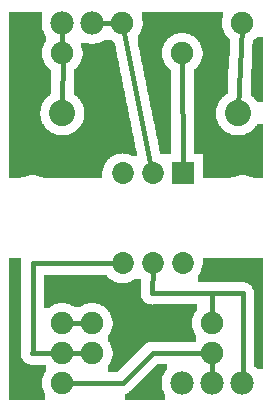
<source format=gbl>
G04 MADE WITH FRITZING*
G04 WWW.FRITZING.ORG*
G04 DOUBLE SIDED*
G04 HOLES PLATED*
G04 CONTOUR ON CENTER OF CONTOUR VECTOR*
%ASAXBY*%
%FSLAX23Y23*%
%MOIN*%
%OFA0B0*%
%SFA1.0B1.0*%
%ADD10C,0.075000*%
%ADD11C,0.072361*%
%ADD12C,0.072917*%
%ADD13C,0.078000*%
%ADD14C,0.087500*%
%ADD15R,0.072361X0.072361*%
%ADD16C,0.016000*%
%ADD17C,0.024000*%
%LNCOPPER0*%
G90*
G70*
G54D10*
X104Y1257D03*
X715Y1112D03*
X455Y286D03*
X718Y295D03*
X318Y295D03*
X318Y195D03*
X718Y195D03*
G54D11*
X619Y795D03*
G54D12*
X619Y495D03*
X519Y795D03*
X519Y495D03*
X419Y795D03*
X419Y495D03*
G54D10*
X218Y95D03*
X218Y195D03*
X218Y295D03*
G54D13*
X318Y1295D03*
X218Y1295D03*
X618Y95D03*
X718Y95D03*
X818Y95D03*
G54D10*
X218Y1195D03*
X618Y1195D03*
X418Y1295D03*
X818Y1295D03*
G54D14*
X804Y995D03*
X218Y995D03*
G54D15*
X619Y795D03*
G54D16*
X337Y1295D02*
X401Y1295D01*
D02*
X718Y114D02*
X718Y178D01*
D02*
X218Y1276D02*
X218Y1213D01*
D02*
X419Y96D02*
X236Y96D01*
D02*
X519Y196D02*
X419Y96D01*
D02*
X701Y196D02*
X519Y196D01*
D02*
X805Y1014D02*
X817Y1278D01*
D02*
X718Y396D02*
X718Y313D01*
D02*
X819Y395D02*
X718Y396D01*
D02*
X819Y96D02*
X819Y395D01*
D02*
X831Y109D02*
X819Y96D01*
D02*
X118Y195D02*
X201Y195D01*
D02*
X119Y195D02*
X118Y195D01*
D02*
X119Y496D02*
X119Y195D01*
D02*
X119Y495D02*
X119Y496D01*
D02*
X400Y495D02*
X119Y495D01*
D02*
X218Y1014D02*
X219Y1195D01*
D02*
X219Y1195D02*
X236Y1195D01*
D02*
X422Y1278D02*
X515Y814D01*
D02*
X301Y295D02*
X219Y295D01*
D02*
X219Y295D02*
X236Y294D01*
D02*
X718Y396D02*
X718Y313D01*
D02*
X518Y395D02*
X718Y396D01*
D02*
X519Y476D02*
X518Y395D01*
D02*
X618Y1178D02*
X619Y814D01*
G54D17*
D02*
X518Y495D02*
X519Y495D01*
G54D16*
D02*
X319Y195D02*
X236Y195D01*
D02*
X335Y191D02*
X319Y195D01*
G36*
X40Y1332D02*
X40Y922D01*
X202Y922D01*
X202Y924D01*
X196Y924D01*
X196Y926D01*
X190Y926D01*
X190Y928D01*
X186Y928D01*
X186Y930D01*
X182Y930D01*
X182Y932D01*
X178Y932D01*
X178Y934D01*
X176Y934D01*
X176Y936D01*
X174Y936D01*
X174Y938D01*
X170Y938D01*
X170Y940D01*
X168Y940D01*
X168Y942D01*
X166Y942D01*
X166Y944D01*
X164Y944D01*
X164Y946D01*
X162Y946D01*
X162Y948D01*
X160Y948D01*
X160Y952D01*
X158Y952D01*
X158Y954D01*
X156Y954D01*
X156Y958D01*
X154Y958D01*
X154Y960D01*
X152Y960D01*
X152Y964D01*
X150Y964D01*
X150Y970D01*
X148Y970D01*
X148Y976D01*
X146Y976D01*
X146Y986D01*
X144Y986D01*
X144Y1004D01*
X146Y1004D01*
X146Y1014D01*
X148Y1014D01*
X148Y1020D01*
X150Y1020D01*
X150Y1026D01*
X152Y1026D01*
X152Y1030D01*
X154Y1030D01*
X154Y1032D01*
X156Y1032D01*
X156Y1036D01*
X158Y1036D01*
X158Y1038D01*
X160Y1038D01*
X160Y1042D01*
X162Y1042D01*
X162Y1044D01*
X164Y1044D01*
X164Y1046D01*
X166Y1046D01*
X166Y1048D01*
X168Y1048D01*
X168Y1050D01*
X170Y1050D01*
X170Y1052D01*
X172Y1052D01*
X172Y1054D01*
X176Y1054D01*
X176Y1056D01*
X178Y1056D01*
X178Y1058D01*
X180Y1058D01*
X180Y1140D01*
X178Y1140D01*
X178Y1142D01*
X176Y1142D01*
X176Y1144D01*
X174Y1144D01*
X174Y1146D01*
X170Y1146D01*
X170Y1148D01*
X168Y1148D01*
X168Y1152D01*
X166Y1152D01*
X166Y1154D01*
X164Y1154D01*
X164Y1156D01*
X162Y1156D01*
X162Y1160D01*
X160Y1160D01*
X160Y1162D01*
X158Y1162D01*
X158Y1166D01*
X156Y1166D01*
X156Y1172D01*
X154Y1172D01*
X154Y1178D01*
X152Y1178D01*
X152Y1190D01*
X150Y1190D01*
X150Y1200D01*
X152Y1200D01*
X152Y1212D01*
X154Y1212D01*
X154Y1218D01*
X156Y1218D01*
X156Y1224D01*
X158Y1224D01*
X158Y1228D01*
X160Y1228D01*
X160Y1230D01*
X162Y1230D01*
X162Y1234D01*
X164Y1234D01*
X164Y1254D01*
X162Y1254D01*
X162Y1256D01*
X160Y1256D01*
X160Y1260D01*
X158Y1260D01*
X158Y1264D01*
X156Y1264D01*
X156Y1268D01*
X154Y1268D01*
X154Y1272D01*
X152Y1272D01*
X152Y1280D01*
X150Y1280D01*
X150Y1310D01*
X152Y1310D01*
X152Y1332D01*
X40Y1332D01*
G37*
D02*
G36*
X358Y1240D02*
X358Y1238D01*
X356Y1238D01*
X356Y1236D01*
X352Y1236D01*
X352Y1234D01*
X348Y1234D01*
X348Y1232D01*
X344Y1232D01*
X344Y1230D01*
X338Y1230D01*
X338Y1228D01*
X328Y1228D01*
X328Y1226D01*
X394Y1226D01*
X394Y1228D01*
X392Y1228D01*
X392Y1234D01*
X388Y1234D01*
X388Y1236D01*
X384Y1236D01*
X384Y1238D01*
X380Y1238D01*
X380Y1240D01*
X358Y1240D01*
G37*
D02*
G36*
X282Y1228D02*
X282Y1226D01*
X308Y1226D01*
X308Y1228D01*
X282Y1228D01*
G37*
D02*
G36*
X282Y1226D02*
X282Y1224D01*
X394Y1224D01*
X394Y1226D01*
X282Y1226D01*
G37*
D02*
G36*
X282Y1226D02*
X282Y1224D01*
X394Y1224D01*
X394Y1226D01*
X282Y1226D01*
G37*
D02*
G36*
X282Y1224D02*
X282Y1214D01*
X284Y1214D01*
X284Y1204D01*
X286Y1204D01*
X286Y1186D01*
X284Y1186D01*
X284Y1176D01*
X282Y1176D01*
X282Y1170D01*
X280Y1170D01*
X280Y1166D01*
X278Y1166D01*
X278Y1162D01*
X276Y1162D01*
X276Y1160D01*
X274Y1160D01*
X274Y1156D01*
X272Y1156D01*
X272Y1154D01*
X270Y1154D01*
X270Y1150D01*
X268Y1150D01*
X268Y1148D01*
X266Y1148D01*
X266Y1146D01*
X264Y1146D01*
X264Y1144D01*
X260Y1144D01*
X260Y1142D01*
X258Y1142D01*
X258Y1140D01*
X256Y1140D01*
X256Y1058D01*
X258Y1058D01*
X258Y1056D01*
X260Y1056D01*
X260Y1054D01*
X264Y1054D01*
X264Y1052D01*
X266Y1052D01*
X266Y1050D01*
X268Y1050D01*
X268Y1048D01*
X270Y1048D01*
X270Y1046D01*
X272Y1046D01*
X272Y1044D01*
X274Y1044D01*
X274Y1042D01*
X276Y1042D01*
X276Y1040D01*
X278Y1040D01*
X278Y1036D01*
X280Y1036D01*
X280Y1034D01*
X282Y1034D01*
X282Y1030D01*
X284Y1030D01*
X284Y1026D01*
X286Y1026D01*
X286Y1022D01*
X288Y1022D01*
X288Y1016D01*
X290Y1016D01*
X290Y1006D01*
X292Y1006D01*
X292Y984D01*
X290Y984D01*
X290Y974D01*
X288Y974D01*
X288Y968D01*
X286Y968D01*
X286Y964D01*
X284Y964D01*
X284Y960D01*
X282Y960D01*
X282Y956D01*
X280Y956D01*
X280Y954D01*
X278Y954D01*
X278Y950D01*
X276Y950D01*
X276Y948D01*
X274Y948D01*
X274Y946D01*
X272Y946D01*
X272Y944D01*
X270Y944D01*
X270Y942D01*
X268Y942D01*
X268Y940D01*
X266Y940D01*
X266Y938D01*
X264Y938D01*
X264Y936D01*
X260Y936D01*
X260Y934D01*
X258Y934D01*
X258Y932D01*
X254Y932D01*
X254Y930D01*
X250Y930D01*
X250Y928D01*
X246Y928D01*
X246Y926D01*
X240Y926D01*
X240Y924D01*
X234Y924D01*
X234Y922D01*
X454Y922D01*
X454Y930D01*
X452Y930D01*
X452Y940D01*
X450Y940D01*
X450Y950D01*
X448Y950D01*
X448Y960D01*
X446Y960D01*
X446Y970D01*
X444Y970D01*
X444Y980D01*
X442Y980D01*
X442Y990D01*
X440Y990D01*
X440Y1000D01*
X438Y1000D01*
X438Y1010D01*
X436Y1010D01*
X436Y1020D01*
X434Y1020D01*
X434Y1028D01*
X432Y1028D01*
X432Y1038D01*
X430Y1038D01*
X430Y1048D01*
X428Y1048D01*
X428Y1058D01*
X426Y1058D01*
X426Y1068D01*
X424Y1068D01*
X424Y1078D01*
X422Y1078D01*
X422Y1088D01*
X420Y1088D01*
X420Y1098D01*
X418Y1098D01*
X418Y1108D01*
X416Y1108D01*
X416Y1118D01*
X414Y1118D01*
X414Y1128D01*
X412Y1128D01*
X412Y1138D01*
X410Y1138D01*
X410Y1148D01*
X408Y1148D01*
X408Y1158D01*
X406Y1158D01*
X406Y1168D01*
X404Y1168D01*
X404Y1178D01*
X402Y1178D01*
X402Y1188D01*
X400Y1188D01*
X400Y1198D01*
X398Y1198D01*
X398Y1208D01*
X396Y1208D01*
X396Y1218D01*
X394Y1218D01*
X394Y1224D01*
X282Y1224D01*
G37*
D02*
G36*
X40Y922D02*
X40Y920D01*
X454Y920D01*
X454Y922D01*
X40Y922D01*
G37*
D02*
G36*
X40Y922D02*
X40Y920D01*
X454Y920D01*
X454Y922D01*
X40Y922D01*
G37*
D02*
G36*
X40Y920D02*
X40Y862D01*
X422Y862D01*
X422Y860D01*
X436Y860D01*
X436Y858D01*
X442Y858D01*
X442Y856D01*
X446Y856D01*
X446Y854D01*
X468Y854D01*
X468Y860D01*
X466Y860D01*
X466Y870D01*
X464Y870D01*
X464Y880D01*
X462Y880D01*
X462Y890D01*
X460Y890D01*
X460Y900D01*
X458Y900D01*
X458Y910D01*
X456Y910D01*
X456Y920D01*
X40Y920D01*
G37*
D02*
G36*
X40Y862D02*
X40Y788D01*
X130Y788D01*
X130Y786D01*
X140Y786D01*
X140Y784D01*
X148Y784D01*
X148Y782D01*
X154Y782D01*
X154Y780D01*
X352Y780D01*
X352Y802D01*
X354Y802D01*
X354Y812D01*
X356Y812D01*
X356Y818D01*
X358Y818D01*
X358Y824D01*
X360Y824D01*
X360Y826D01*
X362Y826D01*
X362Y830D01*
X364Y830D01*
X364Y834D01*
X366Y834D01*
X366Y836D01*
X368Y836D01*
X368Y838D01*
X370Y838D01*
X370Y840D01*
X372Y840D01*
X372Y842D01*
X374Y842D01*
X374Y844D01*
X376Y844D01*
X376Y846D01*
X378Y846D01*
X378Y848D01*
X382Y848D01*
X382Y850D01*
X384Y850D01*
X384Y852D01*
X388Y852D01*
X388Y854D01*
X392Y854D01*
X392Y856D01*
X396Y856D01*
X396Y858D01*
X402Y858D01*
X402Y860D01*
X416Y860D01*
X416Y862D01*
X40Y862D01*
G37*
D02*
G36*
X40Y788D02*
X40Y780D01*
X82Y780D01*
X82Y782D01*
X88Y782D01*
X88Y784D01*
X96Y784D01*
X96Y786D01*
X106Y786D01*
X106Y788D01*
X40Y788D01*
G37*
D02*
G36*
X484Y1332D02*
X484Y1304D01*
X486Y1304D01*
X486Y1286D01*
X484Y1286D01*
X484Y1276D01*
X482Y1276D01*
X482Y1270D01*
X480Y1270D01*
X480Y1266D01*
X478Y1266D01*
X478Y1262D01*
X632Y1262D01*
X632Y1260D01*
X640Y1260D01*
X640Y1258D01*
X644Y1258D01*
X644Y1256D01*
X648Y1256D01*
X648Y1254D01*
X652Y1254D01*
X652Y1252D01*
X656Y1252D01*
X656Y1250D01*
X658Y1250D01*
X658Y1248D01*
X662Y1248D01*
X662Y1246D01*
X664Y1246D01*
X664Y1244D01*
X666Y1244D01*
X666Y1242D01*
X668Y1242D01*
X668Y1240D01*
X670Y1240D01*
X670Y1236D01*
X672Y1236D01*
X672Y1234D01*
X674Y1234D01*
X674Y1232D01*
X676Y1232D01*
X676Y1228D01*
X678Y1228D01*
X678Y1224D01*
X680Y1224D01*
X680Y1220D01*
X682Y1220D01*
X682Y1214D01*
X684Y1214D01*
X684Y1204D01*
X686Y1204D01*
X686Y1186D01*
X684Y1186D01*
X684Y1176D01*
X682Y1176D01*
X682Y1170D01*
X680Y1170D01*
X680Y1166D01*
X678Y1166D01*
X678Y1162D01*
X676Y1162D01*
X676Y1160D01*
X674Y1160D01*
X674Y1156D01*
X672Y1156D01*
X672Y1154D01*
X670Y1154D01*
X670Y1150D01*
X668Y1150D01*
X668Y1148D01*
X666Y1148D01*
X666Y1146D01*
X664Y1146D01*
X664Y1144D01*
X660Y1144D01*
X660Y1142D01*
X658Y1142D01*
X658Y1140D01*
X656Y1140D01*
X656Y922D01*
X788Y922D01*
X788Y924D01*
X782Y924D01*
X782Y926D01*
X776Y926D01*
X776Y928D01*
X772Y928D01*
X772Y930D01*
X768Y930D01*
X768Y932D01*
X764Y932D01*
X764Y934D01*
X762Y934D01*
X762Y936D01*
X758Y936D01*
X758Y938D01*
X756Y938D01*
X756Y940D01*
X754Y940D01*
X754Y942D01*
X752Y942D01*
X752Y944D01*
X750Y944D01*
X750Y946D01*
X748Y946D01*
X748Y948D01*
X746Y948D01*
X746Y952D01*
X744Y952D01*
X744Y954D01*
X742Y954D01*
X742Y958D01*
X740Y958D01*
X740Y960D01*
X738Y960D01*
X738Y964D01*
X736Y964D01*
X736Y970D01*
X734Y970D01*
X734Y976D01*
X732Y976D01*
X732Y986D01*
X730Y986D01*
X730Y1004D01*
X732Y1004D01*
X732Y1014D01*
X734Y1014D01*
X734Y1020D01*
X736Y1020D01*
X736Y1026D01*
X738Y1026D01*
X738Y1030D01*
X740Y1030D01*
X740Y1032D01*
X742Y1032D01*
X742Y1036D01*
X744Y1036D01*
X744Y1038D01*
X746Y1038D01*
X746Y1042D01*
X748Y1042D01*
X748Y1044D01*
X750Y1044D01*
X750Y1046D01*
X752Y1046D01*
X752Y1048D01*
X754Y1048D01*
X754Y1050D01*
X756Y1050D01*
X756Y1052D01*
X758Y1052D01*
X758Y1054D01*
X762Y1054D01*
X762Y1056D01*
X764Y1056D01*
X764Y1058D01*
X768Y1058D01*
X768Y1060D01*
X770Y1060D01*
X770Y1100D01*
X772Y1100D01*
X772Y1144D01*
X774Y1144D01*
X774Y1186D01*
X776Y1186D01*
X776Y1244D01*
X774Y1244D01*
X774Y1246D01*
X770Y1246D01*
X770Y1248D01*
X768Y1248D01*
X768Y1252D01*
X766Y1252D01*
X766Y1254D01*
X764Y1254D01*
X764Y1256D01*
X762Y1256D01*
X762Y1260D01*
X760Y1260D01*
X760Y1262D01*
X758Y1262D01*
X758Y1266D01*
X756Y1266D01*
X756Y1272D01*
X754Y1272D01*
X754Y1278D01*
X752Y1278D01*
X752Y1290D01*
X750Y1290D01*
X750Y1300D01*
X752Y1300D01*
X752Y1312D01*
X754Y1312D01*
X754Y1332D01*
X484Y1332D01*
G37*
D02*
G36*
X476Y1262D02*
X476Y1260D01*
X474Y1260D01*
X474Y1256D01*
X472Y1256D01*
X472Y1254D01*
X470Y1254D01*
X470Y1226D01*
X472Y1226D01*
X472Y1216D01*
X474Y1216D01*
X474Y1206D01*
X476Y1206D01*
X476Y1196D01*
X478Y1196D01*
X478Y1186D01*
X480Y1186D01*
X480Y1176D01*
X482Y1176D01*
X482Y1166D01*
X484Y1166D01*
X484Y1156D01*
X486Y1156D01*
X486Y1146D01*
X488Y1146D01*
X488Y1136D01*
X490Y1136D01*
X490Y1126D01*
X492Y1126D01*
X492Y1116D01*
X494Y1116D01*
X494Y1106D01*
X496Y1106D01*
X496Y1096D01*
X498Y1096D01*
X498Y1086D01*
X500Y1086D01*
X500Y1076D01*
X502Y1076D01*
X502Y1066D01*
X504Y1066D01*
X504Y1056D01*
X506Y1056D01*
X506Y1046D01*
X508Y1046D01*
X508Y1036D01*
X510Y1036D01*
X510Y1026D01*
X512Y1026D01*
X512Y1016D01*
X514Y1016D01*
X514Y1006D01*
X516Y1006D01*
X516Y996D01*
X518Y996D01*
X518Y986D01*
X520Y986D01*
X520Y976D01*
X522Y976D01*
X522Y968D01*
X524Y968D01*
X524Y958D01*
X526Y958D01*
X526Y948D01*
X528Y948D01*
X528Y938D01*
X530Y938D01*
X530Y928D01*
X532Y928D01*
X532Y918D01*
X534Y918D01*
X534Y908D01*
X536Y908D01*
X536Y898D01*
X538Y898D01*
X538Y888D01*
X540Y888D01*
X540Y878D01*
X542Y878D01*
X542Y868D01*
X544Y868D01*
X544Y860D01*
X580Y860D01*
X580Y1140D01*
X578Y1140D01*
X578Y1142D01*
X576Y1142D01*
X576Y1144D01*
X574Y1144D01*
X574Y1146D01*
X570Y1146D01*
X570Y1148D01*
X568Y1148D01*
X568Y1152D01*
X566Y1152D01*
X566Y1154D01*
X564Y1154D01*
X564Y1156D01*
X562Y1156D01*
X562Y1160D01*
X560Y1160D01*
X560Y1162D01*
X558Y1162D01*
X558Y1166D01*
X556Y1166D01*
X556Y1172D01*
X554Y1172D01*
X554Y1178D01*
X552Y1178D01*
X552Y1190D01*
X550Y1190D01*
X550Y1200D01*
X552Y1200D01*
X552Y1212D01*
X554Y1212D01*
X554Y1218D01*
X556Y1218D01*
X556Y1224D01*
X558Y1224D01*
X558Y1228D01*
X560Y1228D01*
X560Y1230D01*
X562Y1230D01*
X562Y1234D01*
X564Y1234D01*
X564Y1236D01*
X566Y1236D01*
X566Y1238D01*
X568Y1238D01*
X568Y1242D01*
X570Y1242D01*
X570Y1244D01*
X572Y1244D01*
X572Y1246D01*
X576Y1246D01*
X576Y1248D01*
X578Y1248D01*
X578Y1250D01*
X580Y1250D01*
X580Y1252D01*
X584Y1252D01*
X584Y1254D01*
X588Y1254D01*
X588Y1256D01*
X592Y1256D01*
X592Y1258D01*
X596Y1258D01*
X596Y1260D01*
X604Y1260D01*
X604Y1262D01*
X476Y1262D01*
G37*
D02*
G36*
X866Y958D02*
X866Y954D01*
X864Y954D01*
X864Y952D01*
X862Y952D01*
X862Y948D01*
X860Y948D01*
X860Y946D01*
X858Y946D01*
X858Y944D01*
X856Y944D01*
X856Y942D01*
X854Y942D01*
X854Y940D01*
X852Y940D01*
X852Y938D01*
X850Y938D01*
X850Y936D01*
X846Y936D01*
X846Y934D01*
X844Y934D01*
X844Y932D01*
X840Y932D01*
X840Y930D01*
X836Y930D01*
X836Y928D01*
X832Y928D01*
X832Y926D01*
X826Y926D01*
X826Y924D01*
X820Y924D01*
X820Y922D01*
X886Y922D01*
X886Y958D01*
X866Y958D01*
G37*
D02*
G36*
X656Y922D02*
X656Y920D01*
X886Y920D01*
X886Y922D01*
X656Y922D01*
G37*
D02*
G36*
X656Y922D02*
X656Y920D01*
X886Y920D01*
X886Y922D01*
X656Y922D01*
G37*
D02*
G36*
X656Y920D02*
X656Y860D01*
X686Y860D01*
X686Y788D01*
X830Y788D01*
X830Y786D01*
X840Y786D01*
X840Y784D01*
X848Y784D01*
X848Y782D01*
X854Y782D01*
X854Y780D01*
X886Y780D01*
X886Y920D01*
X656Y920D01*
G37*
D02*
G36*
X686Y788D02*
X686Y780D01*
X782Y780D01*
X782Y782D01*
X788Y782D01*
X788Y784D01*
X796Y784D01*
X796Y786D01*
X806Y786D01*
X806Y788D01*
X686Y788D01*
G37*
D02*
G36*
X866Y1248D02*
X866Y1246D01*
X864Y1246D01*
X864Y1244D01*
X860Y1244D01*
X860Y1242D01*
X858Y1242D01*
X858Y1240D01*
X856Y1240D01*
X856Y1238D01*
X854Y1238D01*
X854Y1226D01*
X852Y1226D01*
X852Y1184D01*
X850Y1184D01*
X850Y1142D01*
X848Y1142D01*
X848Y1100D01*
X846Y1100D01*
X846Y1054D01*
X850Y1054D01*
X850Y1052D01*
X852Y1052D01*
X852Y1050D01*
X854Y1050D01*
X854Y1048D01*
X856Y1048D01*
X856Y1046D01*
X858Y1046D01*
X858Y1044D01*
X860Y1044D01*
X860Y1042D01*
X862Y1042D01*
X862Y1038D01*
X864Y1038D01*
X864Y1036D01*
X866Y1036D01*
X866Y1034D01*
X886Y1034D01*
X886Y1248D01*
X866Y1248D01*
G37*
D02*
G36*
X40Y512D02*
X40Y40D01*
X162Y40D01*
X162Y60D01*
X160Y60D01*
X160Y62D01*
X158Y62D01*
X158Y66D01*
X156Y66D01*
X156Y72D01*
X154Y72D01*
X154Y78D01*
X152Y78D01*
X152Y90D01*
X150Y90D01*
X150Y100D01*
X152Y100D01*
X152Y112D01*
X154Y112D01*
X154Y118D01*
X156Y118D01*
X156Y124D01*
X158Y124D01*
X158Y128D01*
X160Y128D01*
X160Y130D01*
X162Y130D01*
X162Y134D01*
X164Y134D01*
X164Y156D01*
X112Y156D01*
X112Y158D01*
X104Y158D01*
X104Y160D01*
X100Y160D01*
X100Y162D01*
X96Y162D01*
X96Y164D01*
X94Y164D01*
X94Y166D01*
X92Y166D01*
X92Y168D01*
X90Y168D01*
X90Y170D01*
X88Y170D01*
X88Y172D01*
X86Y172D01*
X86Y176D01*
X84Y176D01*
X84Y180D01*
X82Y180D01*
X82Y184D01*
X80Y184D01*
X80Y512D01*
X40Y512D01*
G37*
D02*
G36*
X686Y512D02*
X686Y488D01*
X684Y488D01*
X684Y478D01*
X682Y478D01*
X682Y472D01*
X680Y472D01*
X680Y466D01*
X678Y466D01*
X678Y462D01*
X676Y462D01*
X676Y460D01*
X674Y460D01*
X674Y456D01*
X672Y456D01*
X672Y454D01*
X670Y454D01*
X670Y434D01*
X744Y434D01*
X744Y432D01*
X828Y432D01*
X828Y430D01*
X834Y430D01*
X834Y428D01*
X838Y428D01*
X838Y426D01*
X842Y426D01*
X842Y424D01*
X844Y424D01*
X844Y422D01*
X846Y422D01*
X846Y420D01*
X848Y420D01*
X848Y418D01*
X850Y418D01*
X850Y414D01*
X852Y414D01*
X852Y410D01*
X854Y410D01*
X854Y406D01*
X856Y406D01*
X856Y394D01*
X858Y394D01*
X858Y150D01*
X860Y150D01*
X860Y148D01*
X864Y148D01*
X864Y146D01*
X866Y146D01*
X866Y144D01*
X886Y144D01*
X886Y512D01*
X686Y512D01*
G37*
D02*
G36*
X156Y456D02*
X156Y428D01*
X410Y428D01*
X410Y430D01*
X400Y430D01*
X400Y432D01*
X394Y432D01*
X394Y434D01*
X390Y434D01*
X390Y436D01*
X386Y436D01*
X386Y438D01*
X382Y438D01*
X382Y440D01*
X380Y440D01*
X380Y442D01*
X378Y442D01*
X378Y444D01*
X374Y444D01*
X374Y446D01*
X372Y446D01*
X372Y448D01*
X370Y448D01*
X370Y450D01*
X368Y450D01*
X368Y454D01*
X366Y454D01*
X366Y456D01*
X156Y456D01*
G37*
D02*
G36*
X458Y442D02*
X458Y440D01*
X454Y440D01*
X454Y438D01*
X452Y438D01*
X452Y436D01*
X448Y436D01*
X448Y434D01*
X444Y434D01*
X444Y432D01*
X438Y432D01*
X438Y430D01*
X428Y430D01*
X428Y428D01*
X480Y428D01*
X480Y442D01*
X458Y442D01*
G37*
D02*
G36*
X156Y428D02*
X156Y426D01*
X480Y426D01*
X480Y428D01*
X156Y428D01*
G37*
D02*
G36*
X156Y428D02*
X156Y426D01*
X480Y426D01*
X480Y428D01*
X156Y428D01*
G37*
D02*
G36*
X156Y426D02*
X156Y362D01*
X332Y362D01*
X332Y360D01*
X340Y360D01*
X340Y358D01*
X344Y358D01*
X344Y356D01*
X518Y356D01*
X518Y358D01*
X506Y358D01*
X506Y360D01*
X502Y360D01*
X502Y362D01*
X498Y362D01*
X498Y364D01*
X494Y364D01*
X494Y366D01*
X492Y366D01*
X492Y368D01*
X490Y368D01*
X490Y370D01*
X488Y370D01*
X488Y374D01*
X486Y374D01*
X486Y376D01*
X484Y376D01*
X484Y380D01*
X482Y380D01*
X482Y386D01*
X480Y386D01*
X480Y426D01*
X156Y426D01*
G37*
D02*
G36*
X156Y362D02*
X156Y346D01*
X176Y346D01*
X176Y348D01*
X178Y348D01*
X178Y350D01*
X180Y350D01*
X180Y352D01*
X184Y352D01*
X184Y354D01*
X188Y354D01*
X188Y356D01*
X192Y356D01*
X192Y358D01*
X196Y358D01*
X196Y360D01*
X204Y360D01*
X204Y362D01*
X156Y362D01*
G37*
D02*
G36*
X232Y362D02*
X232Y360D01*
X240Y360D01*
X240Y358D01*
X244Y358D01*
X244Y356D01*
X248Y356D01*
X248Y354D01*
X252Y354D01*
X252Y352D01*
X256Y352D01*
X256Y350D01*
X258Y350D01*
X258Y348D01*
X278Y348D01*
X278Y350D01*
X280Y350D01*
X280Y352D01*
X284Y352D01*
X284Y354D01*
X288Y354D01*
X288Y356D01*
X292Y356D01*
X292Y358D01*
X296Y358D01*
X296Y360D01*
X304Y360D01*
X304Y362D01*
X232Y362D01*
G37*
D02*
G36*
X520Y358D02*
X520Y356D01*
X668Y356D01*
X668Y358D01*
X520Y358D01*
G37*
D02*
G36*
X348Y356D02*
X348Y354D01*
X668Y354D01*
X668Y356D01*
X348Y356D01*
G37*
D02*
G36*
X348Y356D02*
X348Y354D01*
X668Y354D01*
X668Y356D01*
X348Y356D01*
G37*
D02*
G36*
X352Y354D02*
X352Y352D01*
X356Y352D01*
X356Y350D01*
X358Y350D01*
X358Y348D01*
X362Y348D01*
X362Y346D01*
X364Y346D01*
X364Y344D01*
X366Y344D01*
X366Y342D01*
X368Y342D01*
X368Y340D01*
X370Y340D01*
X370Y336D01*
X372Y336D01*
X372Y334D01*
X374Y334D01*
X374Y332D01*
X376Y332D01*
X376Y328D01*
X378Y328D01*
X378Y324D01*
X380Y324D01*
X380Y320D01*
X382Y320D01*
X382Y314D01*
X384Y314D01*
X384Y304D01*
X386Y304D01*
X386Y286D01*
X384Y286D01*
X384Y276D01*
X382Y276D01*
X382Y270D01*
X380Y270D01*
X380Y266D01*
X378Y266D01*
X378Y262D01*
X376Y262D01*
X376Y260D01*
X374Y260D01*
X374Y256D01*
X372Y256D01*
X372Y234D01*
X374Y234D01*
X374Y232D01*
X376Y232D01*
X376Y228D01*
X378Y228D01*
X378Y224D01*
X380Y224D01*
X380Y220D01*
X382Y220D01*
X382Y214D01*
X384Y214D01*
X384Y204D01*
X386Y204D01*
X386Y186D01*
X384Y186D01*
X384Y176D01*
X382Y176D01*
X382Y170D01*
X380Y170D01*
X380Y166D01*
X378Y166D01*
X378Y162D01*
X376Y162D01*
X376Y160D01*
X374Y160D01*
X374Y156D01*
X372Y156D01*
X372Y154D01*
X370Y154D01*
X370Y134D01*
X404Y134D01*
X404Y136D01*
X406Y136D01*
X406Y138D01*
X408Y138D01*
X408Y140D01*
X410Y140D01*
X410Y142D01*
X412Y142D01*
X412Y144D01*
X414Y144D01*
X414Y146D01*
X416Y146D01*
X416Y148D01*
X418Y148D01*
X418Y150D01*
X420Y150D01*
X420Y152D01*
X422Y152D01*
X422Y154D01*
X424Y154D01*
X424Y156D01*
X426Y156D01*
X426Y158D01*
X428Y158D01*
X428Y160D01*
X430Y160D01*
X430Y162D01*
X432Y162D01*
X432Y164D01*
X434Y164D01*
X434Y166D01*
X436Y166D01*
X436Y168D01*
X438Y168D01*
X438Y170D01*
X440Y170D01*
X440Y172D01*
X442Y172D01*
X442Y174D01*
X444Y174D01*
X444Y176D01*
X446Y176D01*
X446Y178D01*
X448Y178D01*
X448Y180D01*
X450Y180D01*
X450Y182D01*
X452Y182D01*
X452Y184D01*
X454Y184D01*
X454Y186D01*
X456Y186D01*
X456Y188D01*
X458Y188D01*
X458Y190D01*
X460Y190D01*
X460Y192D01*
X462Y192D01*
X462Y194D01*
X464Y194D01*
X464Y196D01*
X466Y196D01*
X466Y198D01*
X468Y198D01*
X468Y200D01*
X470Y200D01*
X470Y202D01*
X472Y202D01*
X472Y204D01*
X474Y204D01*
X474Y206D01*
X476Y206D01*
X476Y208D01*
X478Y208D01*
X478Y210D01*
X480Y210D01*
X480Y212D01*
X482Y212D01*
X482Y214D01*
X484Y214D01*
X484Y216D01*
X486Y216D01*
X486Y218D01*
X488Y218D01*
X488Y220D01*
X490Y220D01*
X490Y222D01*
X492Y222D01*
X492Y224D01*
X494Y224D01*
X494Y226D01*
X496Y226D01*
X496Y228D01*
X500Y228D01*
X500Y230D01*
X504Y230D01*
X504Y232D01*
X510Y232D01*
X510Y234D01*
X664Y234D01*
X664Y256D01*
X662Y256D01*
X662Y260D01*
X660Y260D01*
X660Y262D01*
X658Y262D01*
X658Y266D01*
X656Y266D01*
X656Y272D01*
X654Y272D01*
X654Y278D01*
X652Y278D01*
X652Y290D01*
X650Y290D01*
X650Y300D01*
X652Y300D01*
X652Y312D01*
X654Y312D01*
X654Y318D01*
X656Y318D01*
X656Y324D01*
X658Y324D01*
X658Y328D01*
X660Y328D01*
X660Y330D01*
X662Y330D01*
X662Y334D01*
X664Y334D01*
X664Y336D01*
X666Y336D01*
X666Y338D01*
X668Y338D01*
X668Y354D01*
X352Y354D01*
G37*
D02*
G36*
X534Y158D02*
X534Y156D01*
X532Y156D01*
X532Y154D01*
X530Y154D01*
X530Y152D01*
X528Y152D01*
X528Y150D01*
X526Y150D01*
X526Y148D01*
X524Y148D01*
X524Y146D01*
X522Y146D01*
X522Y144D01*
X520Y144D01*
X520Y142D01*
X518Y142D01*
X518Y140D01*
X516Y140D01*
X516Y138D01*
X514Y138D01*
X514Y136D01*
X512Y136D01*
X512Y134D01*
X510Y134D01*
X510Y132D01*
X508Y132D01*
X508Y130D01*
X506Y130D01*
X506Y128D01*
X504Y128D01*
X504Y126D01*
X502Y126D01*
X502Y124D01*
X500Y124D01*
X500Y122D01*
X498Y122D01*
X498Y120D01*
X496Y120D01*
X496Y118D01*
X494Y118D01*
X494Y116D01*
X492Y116D01*
X492Y114D01*
X490Y114D01*
X490Y112D01*
X488Y112D01*
X488Y110D01*
X486Y110D01*
X486Y108D01*
X484Y108D01*
X484Y106D01*
X482Y106D01*
X482Y104D01*
X480Y104D01*
X480Y102D01*
X478Y102D01*
X478Y100D01*
X476Y100D01*
X476Y98D01*
X474Y98D01*
X474Y96D01*
X472Y96D01*
X472Y94D01*
X470Y94D01*
X470Y92D01*
X468Y92D01*
X468Y90D01*
X466Y90D01*
X466Y88D01*
X464Y88D01*
X464Y86D01*
X462Y86D01*
X462Y84D01*
X460Y84D01*
X460Y82D01*
X458Y82D01*
X458Y80D01*
X456Y80D01*
X456Y78D01*
X454Y78D01*
X454Y76D01*
X452Y76D01*
X452Y74D01*
X450Y74D01*
X450Y72D01*
X448Y72D01*
X448Y70D01*
X446Y70D01*
X446Y68D01*
X442Y68D01*
X442Y66D01*
X440Y66D01*
X440Y64D01*
X438Y64D01*
X438Y62D01*
X434Y62D01*
X434Y60D01*
X428Y60D01*
X428Y40D01*
X560Y40D01*
X560Y60D01*
X558Y60D01*
X558Y64D01*
X556Y64D01*
X556Y68D01*
X554Y68D01*
X554Y72D01*
X552Y72D01*
X552Y80D01*
X550Y80D01*
X550Y110D01*
X552Y110D01*
X552Y118D01*
X554Y118D01*
X554Y122D01*
X556Y122D01*
X556Y126D01*
X558Y126D01*
X558Y130D01*
X560Y130D01*
X560Y134D01*
X562Y134D01*
X562Y136D01*
X564Y136D01*
X564Y138D01*
X566Y138D01*
X566Y158D01*
X534Y158D01*
G37*
D02*
G04 End of Copper0*
M02*
</source>
